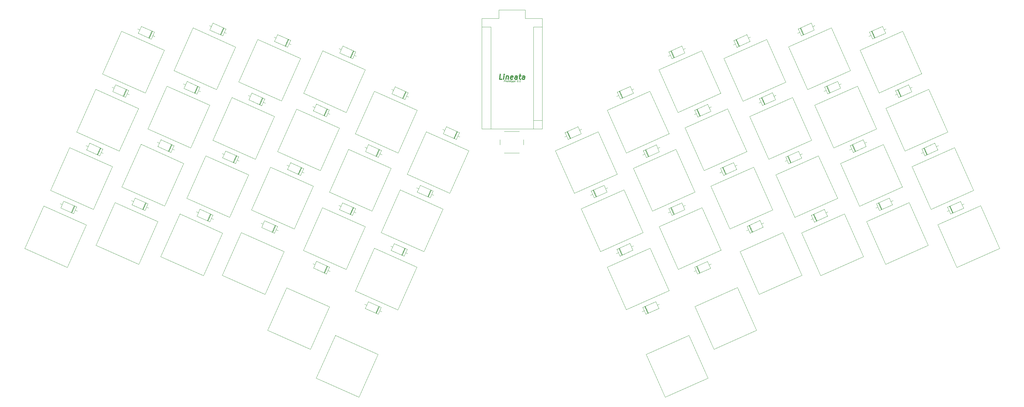
<source format=gto>
%TF.GenerationSoftware,KiCad,Pcbnew,6.0.4-1.fc35*%
%TF.CreationDate,2022-04-29T05:39:44+02:00*%
%TF.ProjectId,lineata,6c696e65-6174-4612-9e6b-696361645f70,0.1*%
%TF.SameCoordinates,Original*%
%TF.FileFunction,Legend,Top*%
%TF.FilePolarity,Positive*%
%FSLAX46Y46*%
G04 Gerber Fmt 4.6, Leading zero omitted, Abs format (unit mm)*
G04 Created by KiCad (PCBNEW 6.0.4-1.fc35) date 2022-04-29 05:39:44*
%MOMM*%
%LPD*%
G01*
G04 APERTURE LIST*
G04 Aperture macros list*
%AMHorizOval*
0 Thick line with rounded ends*
0 $1 width*
0 $2 $3 position (X,Y) of the first rounded end (center of the circle)*
0 $4 $5 position (X,Y) of the second rounded end (center of the circle)*
0 Add line between two ends*
20,1,$1,$2,$3,$4,$5,0*
0 Add two circle primitives to create the rounded ends*
1,1,$1,$2,$3*
1,1,$1,$4,$5*%
%AMRotRect*
0 Rectangle, with rotation*
0 The origin of the aperture is its center*
0 $1 length*
0 $2 width*
0 $3 Rotation angle, in degrees counterclockwise*
0 Add horizontal line*
21,1,$1,$2,0,0,$3*%
G04 Aperture macros list end*
%ADD10C,0.100000*%
%ADD11C,0.300000*%
%ADD12C,0.120000*%
%ADD13RotRect,1.600000X1.600000X156.000000*%
%ADD14HorizOval,1.600000X0.000000X0.000000X0.000000X0.000000X0*%
%ADD15RotRect,1.600000X1.600000X24.000000*%
%ADD16HorizOval,1.600000X0.000000X0.000000X0.000000X0.000000X0*%
%ADD17C,1.700000*%
%ADD18C,4.000000*%
%ADD19C,2.200000*%
%ADD20R,1.600000X1.600000*%
%ADD21O,1.600000X1.600000*%
%ADD22C,3.050000*%
%ADD23C,2.000000*%
G04 APERTURE END LIST*
D10*
X197600687Y-107731690D02*
X197663187Y-107231690D01*
X197853663Y-107231690D01*
X197898306Y-107255500D01*
X197919139Y-107279309D01*
X197936997Y-107326928D01*
X197928068Y-107398357D01*
X197898306Y-107445976D01*
X197871520Y-107469785D01*
X197820925Y-107493595D01*
X197630449Y-107493595D01*
X198100687Y-107731690D02*
X198142354Y-107398357D01*
X198130449Y-107493595D02*
X198160211Y-107445976D01*
X198186997Y-107422166D01*
X198237592Y-107398357D01*
X198285211Y-107398357D01*
X198481639Y-107731690D02*
X198436997Y-107707880D01*
X198416163Y-107684071D01*
X198398306Y-107636452D01*
X198416163Y-107493595D01*
X198445925Y-107445976D01*
X198472711Y-107422166D01*
X198523306Y-107398357D01*
X198594735Y-107398357D01*
X198639377Y-107422166D01*
X198660211Y-107445976D01*
X198678068Y-107493595D01*
X198660211Y-107636452D01*
X198630449Y-107684071D01*
X198603663Y-107707880D01*
X198553068Y-107731690D01*
X198481639Y-107731690D01*
X198832830Y-107398357D02*
X199023306Y-107398357D01*
X198925092Y-107231690D02*
X198871520Y-107660261D01*
X198889377Y-107707880D01*
X198934020Y-107731690D01*
X198981639Y-107731690D01*
X199219735Y-107731690D02*
X199175092Y-107707880D01*
X199154258Y-107684071D01*
X199136401Y-107636452D01*
X199154258Y-107493595D01*
X199184020Y-107445976D01*
X199210806Y-107422166D01*
X199261401Y-107398357D01*
X199332830Y-107398357D01*
X199377473Y-107422166D01*
X199398306Y-107445976D01*
X199416163Y-107493595D01*
X199398306Y-107636452D01*
X199368544Y-107684071D01*
X199341758Y-107707880D01*
X199291163Y-107731690D01*
X199219735Y-107731690D01*
X199570925Y-107398357D02*
X199761401Y-107398357D01*
X199663187Y-107231690D02*
X199609616Y-107660261D01*
X199627473Y-107707880D01*
X199672116Y-107731690D01*
X199719735Y-107731690D01*
X199880449Y-107398357D02*
X199957830Y-107731690D01*
X200118544Y-107398357D02*
X199957830Y-107731690D01*
X199895330Y-107850738D01*
X199868544Y-107874547D01*
X199817949Y-107898357D01*
X200309020Y-107398357D02*
X200246520Y-107898357D01*
X200306044Y-107422166D02*
X200356639Y-107398357D01*
X200451877Y-107398357D01*
X200496520Y-107422166D01*
X200517354Y-107445976D01*
X200535211Y-107493595D01*
X200517354Y-107636452D01*
X200487592Y-107684071D01*
X200460806Y-107707880D01*
X200410211Y-107731690D01*
X200314973Y-107731690D01*
X200270330Y-107707880D01*
X200913187Y-107707880D02*
X200862592Y-107731690D01*
X200767354Y-107731690D01*
X200722711Y-107707880D01*
X200704854Y-107660261D01*
X200728663Y-107469785D01*
X200758425Y-107422166D01*
X200809020Y-107398357D01*
X200904258Y-107398357D01*
X200948901Y-107422166D01*
X200966758Y-107469785D01*
X200960806Y-107517404D01*
X200716758Y-107565023D01*
X201686997Y-107231690D02*
X201734616Y-107231690D01*
X201779258Y-107255500D01*
X201800092Y-107279309D01*
X201817949Y-107326928D01*
X201829854Y-107422166D01*
X201814973Y-107541214D01*
X201779258Y-107636452D01*
X201749497Y-107684071D01*
X201722711Y-107707880D01*
X201672116Y-107731690D01*
X201624497Y-107731690D01*
X201579854Y-107707880D01*
X201559020Y-107684071D01*
X201541163Y-107636452D01*
X201529258Y-107541214D01*
X201544139Y-107422166D01*
X201579854Y-107326928D01*
X201609616Y-107279309D01*
X201636401Y-107255500D01*
X201686997Y-107231690D01*
X202011401Y-107684071D02*
X202032235Y-107707880D01*
X202005449Y-107731690D01*
X201984616Y-107707880D01*
X202011401Y-107684071D01*
X202005449Y-107731690D01*
X202505449Y-107731690D02*
X202219735Y-107731690D01*
X202362592Y-107731690D02*
X202425092Y-107231690D01*
X202368544Y-107303119D01*
X202314973Y-107350738D01*
X202264377Y-107374547D01*
D11*
X197009991Y-106977571D02*
X196295705Y-106977571D01*
X196483205Y-105477571D01*
X197509991Y-106977571D02*
X197634991Y-105977571D01*
X197697491Y-105477571D02*
X197617133Y-105549000D01*
X197679633Y-105620428D01*
X197759991Y-105549000D01*
X197697491Y-105477571D01*
X197679633Y-105620428D01*
X198349276Y-105977571D02*
X198224276Y-106977571D01*
X198331419Y-106120428D02*
X198411776Y-106049000D01*
X198563562Y-105977571D01*
X198777848Y-105977571D01*
X198911776Y-106049000D01*
X198965348Y-106191857D01*
X198867133Y-106977571D01*
X200161776Y-106906142D02*
X200009991Y-106977571D01*
X199724276Y-106977571D01*
X199590348Y-106906142D01*
X199536776Y-106763285D01*
X199608205Y-106191857D01*
X199697491Y-106049000D01*
X199849276Y-105977571D01*
X200134991Y-105977571D01*
X200268919Y-106049000D01*
X200322491Y-106191857D01*
X200304633Y-106334714D01*
X199572491Y-106477571D01*
X201509991Y-106977571D02*
X201608205Y-106191857D01*
X201554633Y-106049000D01*
X201420705Y-105977571D01*
X201134991Y-105977571D01*
X200983205Y-106049000D01*
X201518919Y-106906142D02*
X201367133Y-106977571D01*
X201009991Y-106977571D01*
X200876062Y-106906142D01*
X200822491Y-106763285D01*
X200840348Y-106620428D01*
X200929633Y-106477571D01*
X201081419Y-106406142D01*
X201438562Y-106406142D01*
X201590348Y-106334714D01*
X202134991Y-105977571D02*
X202706419Y-105977571D01*
X202411776Y-105477571D02*
X202251062Y-106763285D01*
X202304633Y-106906142D01*
X202438562Y-106977571D01*
X202581419Y-106977571D01*
X203724276Y-106977571D02*
X203822491Y-106191857D01*
X203768919Y-106049000D01*
X203634991Y-105977571D01*
X203349276Y-105977571D01*
X203197491Y-106049000D01*
X203733205Y-106906142D02*
X203581419Y-106977571D01*
X203224276Y-106977571D01*
X203090348Y-106906142D01*
X203036776Y-106763285D01*
X203054633Y-106620428D01*
X203143919Y-106477571D01*
X203295705Y-106406142D01*
X203652848Y-106406142D01*
X203804633Y-106334714D01*
D12*
%TO.C,D2*%
X81715720Y-108578881D02*
X80804630Y-110625223D01*
X84678063Y-112349786D02*
X85589153Y-110303444D01*
X84020310Y-112056936D02*
X84931400Y-110010594D01*
X85727413Y-111590994D02*
X85133608Y-111326615D01*
X84129936Y-112105744D02*
X85041026Y-110059402D01*
X80666371Y-109337673D02*
X81260175Y-109602052D01*
X83910685Y-112008127D02*
X84821775Y-109961785D01*
X85589153Y-110303444D02*
X81715720Y-108578881D01*
X80804630Y-110625223D02*
X84678063Y-112349786D01*
%TO.C,D3*%
X76382936Y-129568244D02*
X77294026Y-127521902D01*
X76273310Y-129519436D02*
X77184400Y-127473094D01*
X76931063Y-129812286D02*
X77842153Y-127765944D01*
X72919371Y-126800173D02*
X73513175Y-127064552D01*
X77980413Y-129053494D02*
X77386608Y-128789115D01*
X77842153Y-127765944D02*
X73968720Y-126041381D01*
X76163685Y-129470627D02*
X77074775Y-127424285D01*
X73968720Y-126041381D02*
X73057630Y-128087723D01*
X73057630Y-128087723D02*
X76931063Y-129812286D01*
%TO.C,D4*%
X70233413Y-146388994D02*
X69639608Y-146124615D01*
X65172371Y-144135673D02*
X65766175Y-144400052D01*
X70095153Y-145101444D02*
X66221720Y-143376881D01*
X68635936Y-146903744D02*
X69547026Y-144857402D01*
X68526310Y-146854936D02*
X69437400Y-144808594D01*
X69184063Y-147147786D02*
X70095153Y-145101444D01*
X68416685Y-146806127D02*
X69327775Y-144759785D01*
X66221720Y-143376881D02*
X65310630Y-145423223D01*
X65310630Y-145423223D02*
X69184063Y-147147786D01*
%TO.C,D5*%
X113697563Y-93934786D02*
X114608653Y-91888444D01*
X109685871Y-90922673D02*
X110279675Y-91187052D01*
X113039810Y-93641936D02*
X113950900Y-91595594D01*
X112930185Y-93593127D02*
X113841275Y-91546785D01*
X113149436Y-93690744D02*
X114060526Y-91644402D01*
X110735220Y-90163881D02*
X109824130Y-92210223D01*
X109824130Y-92210223D02*
X113697563Y-93934786D01*
X114608653Y-91888444D02*
X110735220Y-90163881D01*
X114746913Y-93175994D02*
X114153108Y-92911615D01*
%TO.C,D6*%
X105183185Y-111030227D02*
X106094275Y-108983885D01*
X101938871Y-108359773D02*
X102532675Y-108624152D01*
X106861653Y-109325544D02*
X102988220Y-107600981D01*
X102077130Y-109647323D02*
X105950563Y-111371886D01*
X105950563Y-111371886D02*
X106861653Y-109325544D01*
X106999913Y-110613094D02*
X106406108Y-110348715D01*
X105292810Y-111079036D02*
X106203900Y-109032694D01*
X102988220Y-107600981D02*
X102077130Y-109647323D01*
X105402436Y-111127844D02*
X106313526Y-109081502D01*
%TO.C,D7*%
X97410785Y-128454627D02*
X98321875Y-126408285D01*
X94166471Y-125784173D02*
X94760275Y-126048552D01*
X99089253Y-126749944D02*
X95215820Y-125025381D01*
X94304730Y-127071723D02*
X98178163Y-128796286D01*
X98178163Y-128796286D02*
X99089253Y-126749944D01*
X99227513Y-128037494D02*
X98633708Y-127773115D01*
X95215820Y-125025381D02*
X94304730Y-127071723D01*
X97630036Y-128552244D02*
X98541126Y-126505902D01*
X97520410Y-128503436D02*
X98431500Y-126457094D01*
%TO.C,D8*%
X86444871Y-143183173D02*
X87038675Y-143447552D01*
X89689185Y-145853627D02*
X90600275Y-143807285D01*
X91367653Y-144148944D02*
X87494220Y-142424381D01*
X89798810Y-145902436D02*
X90709900Y-143856094D01*
X87494220Y-142424381D02*
X86583130Y-144470723D01*
X86583130Y-144470723D02*
X90456563Y-146195286D01*
X89908436Y-145951244D02*
X90819526Y-143904902D01*
X90456563Y-146195286D02*
X91367653Y-144148944D01*
X91505913Y-145436494D02*
X90912108Y-145172115D01*
%TO.C,D9*%
X132343810Y-97070936D02*
X133254900Y-95024594D01*
X128989871Y-94351673D02*
X129583675Y-94616052D01*
X132234185Y-97022127D02*
X133145275Y-94975785D01*
X129128130Y-95639223D02*
X133001563Y-97363786D01*
X130039220Y-93592881D02*
X129128130Y-95639223D01*
X134050913Y-96604994D02*
X133457108Y-96340615D01*
X133912653Y-95317444D02*
X130039220Y-93592881D01*
X133001563Y-97363786D02*
X133912653Y-95317444D01*
X132453436Y-97119744D02*
X133364526Y-95073402D01*
%TO.C,D10*%
X126229153Y-112779944D02*
X122355720Y-111055381D01*
X126367413Y-114067494D02*
X125773608Y-113803115D01*
X121306371Y-111814173D02*
X121900175Y-112078552D01*
X124660310Y-114533436D02*
X125571400Y-112487094D01*
X124550685Y-114484627D02*
X125461775Y-112438285D01*
X124769936Y-114582244D02*
X125681026Y-112535902D01*
X125318063Y-114826286D02*
X126229153Y-112779944D01*
X121444630Y-113101723D02*
X125318063Y-114826286D01*
X122355720Y-111055381D02*
X121444630Y-113101723D01*
%TO.C,D12*%
X109275936Y-149316744D02*
X110187026Y-147270402D01*
X110873413Y-148801994D02*
X110279608Y-148537615D01*
X110735153Y-147514444D02*
X106861720Y-145789881D01*
X109166310Y-149267936D02*
X110077400Y-147221594D01*
X106861720Y-145789881D02*
X105950630Y-147836223D01*
X105812371Y-146548673D02*
X106406175Y-146813052D01*
X105950630Y-147836223D02*
X109824063Y-149560786D01*
X109824063Y-149560786D02*
X110735153Y-147514444D01*
X109056685Y-149219127D02*
X109967775Y-147172785D01*
%TO.C,D13*%
X153481913Y-100033994D02*
X152888108Y-99769615D01*
X153343653Y-98746444D02*
X149470220Y-97021881D01*
X151774810Y-100499936D02*
X152685900Y-98453594D01*
X148559130Y-99068223D02*
X152432563Y-100792786D01*
X149470220Y-97021881D02*
X148559130Y-99068223D01*
X151884436Y-100548744D02*
X152795526Y-98502402D01*
X148420871Y-97780673D02*
X149014675Y-98045052D01*
X151665185Y-100451127D02*
X152576275Y-98404785D01*
X152432563Y-100792786D02*
X153343653Y-98746444D01*
%TO.C,D14*%
X143791185Y-117786627D02*
X144702275Y-115740285D01*
X145469653Y-116081944D02*
X141596220Y-114357381D01*
X144558563Y-118128286D02*
X145469653Y-116081944D01*
X141596220Y-114357381D02*
X140685130Y-116403723D01*
X140685130Y-116403723D02*
X144558563Y-118128286D01*
X143900810Y-117835436D02*
X144811900Y-115789094D01*
X144010436Y-117884244D02*
X144921526Y-115837902D01*
X140546871Y-115116173D02*
X141140675Y-115380552D01*
X145607913Y-117369494D02*
X145014108Y-117105115D01*
%TO.C,D15*%
X136875063Y-135654286D02*
X137786153Y-133607944D01*
X136107685Y-135312627D02*
X137018775Y-133266285D01*
X137786153Y-133607944D02*
X133912720Y-131883381D01*
X136217310Y-135361436D02*
X137128400Y-133315094D01*
X133001630Y-133929723D02*
X136875063Y-135654286D01*
X133912720Y-131883381D02*
X133001630Y-133929723D01*
X136326936Y-135410244D02*
X137238026Y-133363902D01*
X137924413Y-134895494D02*
X137330608Y-134631115D01*
X132863371Y-132642173D02*
X133457175Y-132906552D01*
%TO.C,D16*%
X128470310Y-152696936D02*
X129381400Y-150650594D01*
X130039153Y-150943444D02*
X126165720Y-149218881D01*
X129128063Y-152989786D02*
X130039153Y-150943444D01*
X130177413Y-152230994D02*
X129583608Y-151966615D01*
X126165720Y-149218881D02*
X125254630Y-151265223D01*
X128360685Y-152648127D02*
X129271775Y-150601785D01*
X125254630Y-151265223D02*
X129128063Y-152989786D01*
X125116371Y-149977673D02*
X125710175Y-150242052D01*
X128579936Y-152745744D02*
X129491026Y-150699402D01*
%TO.C,D17*%
X164041871Y-109972673D02*
X164635675Y-110237052D01*
X165091220Y-109213881D02*
X164180130Y-111260223D01*
X168964653Y-110938444D02*
X165091220Y-109213881D01*
X167395810Y-112691936D02*
X168306900Y-110645594D01*
X169102913Y-112225994D02*
X168509108Y-111961615D01*
X167286185Y-112643127D02*
X168197275Y-110596785D01*
X164180130Y-111260223D02*
X168053563Y-112984786D01*
X167505436Y-112740744D02*
X168416526Y-110694402D01*
X168053563Y-112984786D02*
X168964653Y-110938444D01*
%TO.C,D18*%
X161027153Y-128210444D02*
X157153720Y-126485881D01*
X157153720Y-126485881D02*
X156242630Y-128532223D01*
X156242630Y-128532223D02*
X160116063Y-130256786D01*
X159567936Y-130012744D02*
X160479026Y-127966402D01*
X161165413Y-129497994D02*
X160571608Y-129233615D01*
X156104371Y-127244673D02*
X156698175Y-127509052D01*
X159348685Y-129915127D02*
X160259775Y-127868785D01*
X159458310Y-129963936D02*
X160369400Y-127917594D01*
X160116063Y-130256786D02*
X161027153Y-128210444D01*
%TO.C,D19*%
X153280153Y-145609444D02*
X149406720Y-143884881D01*
X148495630Y-145931223D02*
X152369063Y-147655786D01*
X151711310Y-147362936D02*
X152622400Y-145316594D01*
X152369063Y-147655786D02*
X153280153Y-145609444D01*
X151820936Y-147411744D02*
X152732026Y-145365402D01*
X149406720Y-143884881D02*
X148495630Y-145931223D01*
X153418413Y-146896994D02*
X152824608Y-146632615D01*
X148357371Y-144643673D02*
X148951175Y-144908052D01*
X151601685Y-147314127D02*
X152512775Y-145267785D01*
%TO.C,D20*%
X143964310Y-164825436D02*
X144875400Y-162779094D01*
X145533153Y-163071944D02*
X141659720Y-161347381D01*
X145671413Y-164359494D02*
X145077608Y-164095115D01*
X143854685Y-164776627D02*
X144765775Y-162730285D01*
X141659720Y-161347381D02*
X140748630Y-163393723D01*
X144622063Y-165118286D02*
X145533153Y-163071944D01*
X140610371Y-162106173D02*
X141204175Y-162370552D01*
X140748630Y-163393723D02*
X144622063Y-165118286D01*
X144073936Y-164874244D02*
X144985026Y-162827902D01*
%TO.C,D21*%
X179345371Y-121910673D02*
X179939175Y-122175052D01*
X182808936Y-124678744D02*
X183720026Y-122632402D01*
X184268153Y-122876444D02*
X180394720Y-121151881D01*
X182589685Y-124581127D02*
X183500775Y-122534785D01*
X179483630Y-123198223D02*
X183357063Y-124922786D01*
X182699310Y-124629936D02*
X183610400Y-122583594D01*
X184406413Y-124163994D02*
X183812608Y-123899615D01*
X180394720Y-121151881D02*
X179483630Y-123198223D01*
X183357063Y-124922786D02*
X184268153Y-122876444D01*
%TO.C,D22*%
X176457653Y-140338944D02*
X172584220Y-138614381D01*
X174888810Y-142092436D02*
X175799900Y-140046094D01*
X175546563Y-142385286D02*
X176457653Y-140338944D01*
X174779185Y-142043627D02*
X175690275Y-139997285D01*
X172584220Y-138614381D02*
X171673130Y-140660723D01*
X174998436Y-142141244D02*
X175909526Y-140094902D01*
X176595913Y-141626494D02*
X176002108Y-141362115D01*
X171673130Y-140660723D02*
X175546563Y-142385286D01*
X171534871Y-139373173D02*
X172128675Y-139637552D01*
%TO.C,D23*%
X167251436Y-159603744D02*
X168162526Y-157557402D01*
X163926130Y-158123223D02*
X167799563Y-159847786D01*
X167032185Y-159506127D02*
X167943275Y-157459785D01*
X167799563Y-159847786D02*
X168710653Y-157801444D01*
X168710653Y-157801444D02*
X164837220Y-156076881D01*
X168848913Y-159088994D02*
X168255108Y-158824615D01*
X164837220Y-156076881D02*
X163926130Y-158123223D01*
X163787871Y-156835673D02*
X164381675Y-157100052D01*
X167141810Y-159554936D02*
X168052900Y-157508594D01*
%TO.C,D24*%
X156040871Y-174171173D02*
X156634675Y-174435552D01*
X159504436Y-176939244D02*
X160415526Y-174892902D01*
X157090220Y-173412381D02*
X156179130Y-175458723D01*
X156179130Y-175458723D02*
X160052563Y-177183286D01*
X159394810Y-176890436D02*
X160305900Y-174844094D01*
X161101913Y-176424494D02*
X160508108Y-176160115D01*
X160963653Y-175136944D02*
X157090220Y-173412381D01*
X160052563Y-177183286D02*
X160963653Y-175136944D01*
X159285185Y-176841627D02*
X160196275Y-174795285D01*
%TO.C,D25*%
X216483100Y-122584440D02*
X217394190Y-124630782D01*
X215825347Y-122877290D02*
X216736437Y-124923632D01*
X220609870Y-123199069D02*
X219698780Y-121152727D01*
X216736437Y-124923632D02*
X220609870Y-123199069D01*
X219698780Y-121152727D02*
X215825347Y-122877290D01*
X215687087Y-124164840D02*
X216280892Y-123900461D01*
X220748129Y-121911519D02*
X220154325Y-122175898D01*
X216373474Y-122633248D02*
X217284564Y-124679590D01*
X216592725Y-122535631D02*
X217503815Y-124581973D01*
%TO.C,D26*%
X223434087Y-141626494D02*
X224027892Y-141362115D01*
X224120474Y-140094902D02*
X225031564Y-142141244D01*
X228356870Y-140660723D02*
X227445780Y-138614381D01*
X224483437Y-142385286D02*
X228356870Y-140660723D01*
X223572347Y-140338944D02*
X224483437Y-142385286D01*
X227445780Y-138614381D02*
X223572347Y-140338944D01*
X224230100Y-140046094D02*
X225141190Y-142092436D01*
X224339725Y-139997285D02*
X225250815Y-142043627D01*
X228495129Y-139373173D02*
X227901325Y-139637552D01*
%TO.C,D27*%
X236198629Y-156772173D02*
X235604825Y-157036552D01*
X231933600Y-157445094D02*
X232844690Y-159491436D01*
X232186937Y-159784286D02*
X236060370Y-158059723D01*
X231137587Y-159025494D02*
X231731392Y-158761115D01*
X231823974Y-157493902D02*
X232735064Y-159540244D01*
X236060370Y-158059723D02*
X235149280Y-156013381D01*
X231275847Y-157737944D02*
X232186937Y-159784286D01*
X235149280Y-156013381D02*
X231275847Y-157737944D01*
X232043225Y-157396285D02*
X232954315Y-159442627D01*
%TO.C,D28*%
X238864587Y-176424494D02*
X239458392Y-176160115D01*
X239913937Y-177183286D02*
X243787370Y-175458723D01*
X243787370Y-175458723D02*
X242876280Y-173412381D01*
X239550974Y-174892902D02*
X240462064Y-176939244D01*
X242876280Y-173412381D02*
X239002847Y-175136944D01*
X239770225Y-174795285D02*
X240681315Y-176841627D01*
X243925629Y-174171173D02*
X243331825Y-174435552D01*
X239660600Y-174844094D02*
X240571690Y-176890436D01*
X239002847Y-175136944D02*
X239913937Y-177183286D01*
%TO.C,D29*%
X232147225Y-110469785D02*
X233058315Y-112516127D01*
X231241587Y-112098994D02*
X231835392Y-111834615D01*
X235253280Y-109086881D02*
X231379847Y-110811444D01*
X236302629Y-109845673D02*
X235708825Y-110110052D01*
X231927974Y-110567402D02*
X232839064Y-112613744D01*
X232290937Y-112857786D02*
X236164370Y-111133223D01*
X232037600Y-110518594D02*
X232948690Y-112564936D01*
X231379847Y-110811444D02*
X232290937Y-112857786D01*
X236164370Y-111133223D02*
X235253280Y-109086881D01*
%TO.C,D30*%
X239149847Y-128293290D02*
X240060937Y-130339632D01*
X243023280Y-126568727D02*
X239149847Y-128293290D01*
X239697974Y-128049248D02*
X240609064Y-130095590D01*
X239011587Y-129580840D02*
X239605392Y-129316461D01*
X244072629Y-127327519D02*
X243478825Y-127591898D01*
X239917225Y-127951631D02*
X240828315Y-129997973D01*
X240060937Y-130339632D02*
X243934370Y-128615069D01*
X239807600Y-128000440D02*
X240718690Y-130046782D01*
X243934370Y-128615069D02*
X243023280Y-126568727D01*
%TO.C,D31*%
X247680937Y-147655786D02*
X251554370Y-145931223D01*
X247317974Y-145365402D02*
X248229064Y-147411744D01*
X251692629Y-144643673D02*
X251098825Y-144908052D01*
X246631587Y-146896994D02*
X247225392Y-146632615D01*
X250643280Y-143884881D02*
X246769847Y-145609444D01*
X247427600Y-145316594D02*
X248338690Y-147362936D01*
X251554370Y-145931223D02*
X250643280Y-143884881D01*
X247537225Y-145267785D02*
X248448315Y-147314127D01*
X246769847Y-145609444D02*
X247680937Y-147655786D01*
%TO.C,D32*%
X255220725Y-162793785D02*
X256131815Y-164840127D01*
X255111100Y-162842594D02*
X256022190Y-164888936D01*
X254453347Y-163135444D02*
X255364437Y-165181786D01*
X258326780Y-161410881D02*
X254453347Y-163135444D01*
X255001474Y-162891402D02*
X255912564Y-164937744D01*
X254315087Y-164422994D02*
X254908892Y-164158615D01*
X259376129Y-162169673D02*
X258782325Y-162434052D01*
X259237870Y-163457223D02*
X258326780Y-161410881D01*
X255364437Y-165181786D02*
X259237870Y-163457223D01*
%TO.C,D33*%
X250643280Y-97018727D02*
X246769847Y-98743290D01*
X247680937Y-100789632D02*
X251554370Y-99065069D01*
X247317974Y-98499248D02*
X248229064Y-100545590D01*
X246769847Y-98743290D02*
X247680937Y-100789632D01*
X247427600Y-98450440D02*
X248338690Y-100496782D01*
X251554370Y-99065069D02*
X250643280Y-97018727D01*
X247537225Y-98401631D02*
X248448315Y-100447973D01*
X251692629Y-97777519D02*
X251098825Y-98041898D01*
X246631587Y-100030840D02*
X247225392Y-99766461D01*
%TO.C,D34*%
X259301370Y-116515069D02*
X258390280Y-114468727D01*
X255174600Y-115900440D02*
X256085690Y-117946782D01*
X255284225Y-115851631D02*
X256195315Y-117897973D01*
X254378587Y-117480840D02*
X254972392Y-117216461D01*
X258390280Y-114468727D02*
X254516847Y-116193290D01*
X259439629Y-115227519D02*
X258845825Y-115491898D01*
X255064974Y-115949248D02*
X255976064Y-117995590D01*
X255427937Y-118239632D02*
X259301370Y-116515069D01*
X254516847Y-116193290D02*
X255427937Y-118239632D01*
%TO.C,D35*%
X266984870Y-133915069D02*
X266073780Y-131868727D01*
X262062087Y-134880840D02*
X262655892Y-134616461D01*
X262200347Y-133593290D02*
X263111437Y-135639632D01*
X262748474Y-133349248D02*
X263659564Y-135395590D01*
X262858100Y-133300440D02*
X263769190Y-135346782D01*
X262967725Y-133251631D02*
X263878815Y-135297973D01*
X263111437Y-135639632D02*
X266984870Y-133915069D01*
X266073780Y-131868727D02*
X262200347Y-133593290D01*
X267123129Y-132627519D02*
X266529325Y-132891898D01*
%TO.C,D36*%
X274003280Y-149155381D02*
X270129847Y-150879944D01*
X270677974Y-150635902D02*
X271589064Y-152682244D01*
X270787600Y-150587094D02*
X271698690Y-152633436D01*
X275052629Y-149914173D02*
X274458825Y-150178552D01*
X269991587Y-152167494D02*
X270585392Y-151903115D01*
X271040937Y-152926286D02*
X274914370Y-151201723D01*
X274914370Y-151201723D02*
X274003280Y-149155381D01*
X270897225Y-150538285D02*
X271808315Y-152584627D01*
X270129847Y-150879944D02*
X271040937Y-152926286D01*
%TO.C,D37*%
X266748974Y-95099248D02*
X267660064Y-97145590D01*
X266858600Y-95050440D02*
X267769690Y-97096782D01*
X270985370Y-95665069D02*
X270074280Y-93618727D01*
X271123629Y-94377519D02*
X270529825Y-94641898D01*
X267111937Y-97389632D02*
X270985370Y-95665069D01*
X270074280Y-93618727D02*
X266200847Y-95343290D01*
X266200847Y-95343290D02*
X267111937Y-97389632D01*
X266968225Y-95001631D02*
X267879315Y-97047973D01*
X266062587Y-96630840D02*
X266656392Y-96366461D01*
%TO.C,D38*%
X278605370Y-113038223D02*
X277694280Y-110991881D01*
X274731937Y-114762786D02*
X278605370Y-113038223D01*
X273820847Y-112716444D02*
X274731937Y-114762786D01*
X274478600Y-112423594D02*
X275389690Y-114469936D01*
X274588225Y-112374785D02*
X275499315Y-114421127D01*
X273682587Y-114003994D02*
X274276392Y-113739615D01*
X278743629Y-111750673D02*
X278149825Y-112015052D01*
X274368974Y-112472402D02*
X275280064Y-114518744D01*
X277694280Y-110991881D02*
X273820847Y-112716444D01*
%TO.C,D39*%
X286552629Y-129213173D02*
X285958825Y-129477552D01*
X285503280Y-128454381D02*
X281629847Y-130178944D01*
X281491587Y-131466494D02*
X282085392Y-131202115D01*
X282287600Y-129886094D02*
X283198690Y-131932436D01*
X282540937Y-132225286D02*
X286414370Y-130500723D01*
X286414370Y-130500723D02*
X285503280Y-128454381D01*
X281629847Y-130178944D02*
X282540937Y-132225286D01*
X282397225Y-129837285D02*
X283308315Y-131883627D01*
X282177974Y-129934902D02*
X283089064Y-131981244D01*
%TO.C,D40*%
X289314847Y-147577944D02*
X290225937Y-149624286D01*
X289972600Y-147285094D02*
X290883690Y-149331436D01*
X289176587Y-148865494D02*
X289770392Y-148601115D01*
X294099370Y-147899723D02*
X293188280Y-145853381D01*
X293188280Y-145853381D02*
X289314847Y-147577944D01*
X290082225Y-147236285D02*
X290993315Y-149282627D01*
X294237629Y-146612173D02*
X293643825Y-146876552D01*
X289862974Y-147333902D02*
X290774064Y-149380244D01*
X290225937Y-149624286D02*
X294099370Y-147899723D01*
%TO.C,D41*%
X289251280Y-90163881D02*
X285377847Y-91888444D01*
X285925974Y-91644402D02*
X286837064Y-93690744D01*
X285377847Y-91888444D02*
X286288937Y-93934786D01*
X290162370Y-92210223D02*
X289251280Y-90163881D01*
X286145225Y-91546785D02*
X287056315Y-93593127D01*
X290300629Y-90922673D02*
X289706825Y-91187052D01*
X286035600Y-91595594D02*
X286946690Y-93641936D01*
X285239587Y-93175994D02*
X285833392Y-92911615D01*
X286288937Y-93934786D02*
X290162370Y-92210223D01*
%TO.C,D42*%
X298174629Y-108321673D02*
X297580825Y-108586052D01*
X294019225Y-108945785D02*
X294930315Y-110992127D01*
X293909600Y-108994594D02*
X294820690Y-111040936D01*
X293799974Y-109043402D02*
X294711064Y-111089744D01*
X297125280Y-107562881D02*
X293251847Y-109287444D01*
X293113587Y-110574994D02*
X293707392Y-110310615D01*
X294162937Y-111333786D02*
X298036370Y-109609223D01*
X293251847Y-109287444D02*
X294162937Y-111333786D01*
X298036370Y-109609223D02*
X297125280Y-107562881D01*
%TO.C,D43*%
X300871847Y-126749944D02*
X301782937Y-128796286D01*
X301529600Y-126457094D02*
X302440690Y-128503436D01*
X304745280Y-125025381D02*
X300871847Y-126749944D01*
X301419974Y-126505902D02*
X302331064Y-128552244D01*
X301782937Y-128796286D02*
X305656370Y-127071723D01*
X300733587Y-128037494D02*
X301327392Y-127773115D01*
X305656370Y-127071723D02*
X304745280Y-125025381D01*
X305794629Y-125784173D02*
X305200825Y-126048552D01*
X301639225Y-126408285D02*
X302550315Y-128454627D01*
%TO.C,D44*%
X312603280Y-142424381D02*
X308729847Y-144148944D01*
X308729847Y-144148944D02*
X309640937Y-146195286D01*
X313652629Y-143183173D02*
X313058825Y-143447552D01*
X308591587Y-145436494D02*
X309185392Y-145172115D01*
X309640937Y-146195286D02*
X313514370Y-144470723D01*
X309277974Y-143904902D02*
X310189064Y-145951244D01*
X309497225Y-143807285D02*
X310408315Y-145853627D01*
X313514370Y-144470723D02*
X312603280Y-142424381D01*
X309387600Y-143856094D02*
X310298690Y-145902436D01*
%TO.C,D45*%
X307308100Y-92548094D02*
X308219190Y-94594436D01*
X307417725Y-92499285D02*
X308328815Y-94545627D01*
X306512087Y-94128494D02*
X307105892Y-93864115D01*
X306650347Y-92840944D02*
X307561437Y-94887286D01*
X307561437Y-94887286D02*
X311434870Y-93162723D01*
X311573129Y-91875173D02*
X310979325Y-92139552D01*
X307198474Y-92596902D02*
X308109564Y-94643244D01*
X310523780Y-91116381D02*
X306650347Y-92840944D01*
X311434870Y-93162723D02*
X310523780Y-91116381D01*
%TO.C,D46*%
X315371937Y-112389632D02*
X319245370Y-110665069D01*
X314322587Y-111630840D02*
X314916392Y-111366461D01*
X318334280Y-108618727D02*
X314460847Y-110343290D01*
X315118600Y-110050440D02*
X316029690Y-112096782D01*
X315008974Y-110099248D02*
X315920064Y-112145590D01*
X319245370Y-110665069D02*
X318334280Y-108618727D01*
X314460847Y-110343290D02*
X315371937Y-112389632D01*
X315228225Y-110001631D02*
X316139315Y-112047973D01*
X319383629Y-109377519D02*
X318789825Y-109641898D01*
%TO.C,D47*%
X323038725Y-127424285D02*
X323949815Y-129470627D01*
X322133087Y-129053494D02*
X322726892Y-128789115D01*
X323182437Y-129812286D02*
X327055870Y-128087723D01*
X322271347Y-127765944D02*
X323182437Y-129812286D01*
X322819474Y-127521902D02*
X323730564Y-129568244D01*
X322929100Y-127473094D02*
X323840190Y-129519436D01*
X327194129Y-126800173D02*
X326600325Y-127064552D01*
X327055870Y-128087723D02*
X326144780Y-126041381D01*
X326144780Y-126041381D02*
X322271347Y-127765944D01*
%TO.C,D48*%
X330612600Y-144872094D02*
X331523690Y-146918436D01*
X329816587Y-146452494D02*
X330410392Y-146188115D01*
X330502974Y-144920902D02*
X331414064Y-146967244D01*
X330722225Y-144823285D02*
X331633315Y-146869627D01*
X334877629Y-144199173D02*
X334283825Y-144463552D01*
X329954847Y-145164944D02*
X330865937Y-147211286D01*
X334739370Y-145486723D02*
X333828280Y-143440381D01*
X333828280Y-143440381D02*
X329954847Y-145164944D01*
X330865937Y-147211286D02*
X334739370Y-145486723D01*
%TO.C,SW2*%
X82826432Y-128425370D02*
X70064202Y-122743259D01*
X70064202Y-122743259D02*
X75746313Y-109981029D01*
X75746313Y-109981029D02*
X88508543Y-115663140D01*
X88508543Y-115663140D02*
X82826432Y-128425370D01*
%TO.C,SW3*%
X62314202Y-140143259D02*
X67996313Y-127381029D01*
X67996313Y-127381029D02*
X80758543Y-133063140D01*
X75076432Y-145825370D02*
X62314202Y-140143259D01*
X80758543Y-133063140D02*
X75076432Y-145825370D01*
%TO.C,SW4*%
X60246313Y-144781029D02*
X73008543Y-150463140D01*
X54564202Y-157543259D02*
X60246313Y-144781029D01*
X73008543Y-150463140D02*
X67326432Y-163225370D01*
X67326432Y-163225370D02*
X54564202Y-157543259D01*
%TO.C,SW5*%
X111851432Y-110050370D02*
X99089202Y-104368259D01*
X104771313Y-91606029D02*
X117533543Y-97288140D01*
X99089202Y-104368259D02*
X104771313Y-91606029D01*
X117533543Y-97288140D02*
X111851432Y-110050370D01*
%TO.C,SW6*%
X104101432Y-127450370D02*
X91339202Y-121768259D01*
X91339202Y-121768259D02*
X97021313Y-109006029D01*
X97021313Y-109006029D02*
X109783543Y-114688140D01*
X109783543Y-114688140D02*
X104101432Y-127450370D01*
%TO.C,SW7*%
X83589202Y-139168259D02*
X89271313Y-126406029D01*
X89271313Y-126406029D02*
X102033543Y-132088140D01*
X96351432Y-144850370D02*
X83589202Y-139168259D01*
X102033543Y-132088140D02*
X96351432Y-144850370D01*
%TO.C,SW8*%
X88601432Y-162275370D02*
X75839202Y-156593259D01*
X75839202Y-156593259D02*
X81521313Y-143831029D01*
X81521313Y-143831029D02*
X94283543Y-149513140D01*
X94283543Y-149513140D02*
X88601432Y-162275370D01*
%TO.C,SW9*%
X118439202Y-107768259D02*
X124121313Y-95006029D01*
X131201432Y-113450370D02*
X118439202Y-107768259D01*
X136883543Y-100688140D02*
X131201432Y-113450370D01*
X124121313Y-95006029D02*
X136883543Y-100688140D01*
%TO.C,SW10*%
X123451432Y-130850370D02*
X110689202Y-125168259D01*
X110689202Y-125168259D02*
X116371313Y-112406029D01*
X129133543Y-118088140D02*
X123451432Y-130850370D01*
X116371313Y-112406029D02*
X129133543Y-118088140D01*
%TO.C,SW11*%
X108621313Y-129806029D02*
X121383543Y-135488140D01*
X115701432Y-148250370D02*
X102939202Y-142568259D01*
X102939202Y-142568259D02*
X108621313Y-129806029D01*
X121383543Y-135488140D02*
X115701432Y-148250370D01*
%TO.C,SW12*%
X113633543Y-152913140D02*
X107951432Y-165675370D01*
X107951432Y-165675370D02*
X95189202Y-159993259D01*
X100871313Y-147231029D02*
X113633543Y-152913140D01*
X95189202Y-159993259D02*
X100871313Y-147231029D01*
%TO.C,SW13*%
X156233543Y-104088140D02*
X150551432Y-116850370D01*
X150551432Y-116850370D02*
X137789202Y-111168259D01*
X137789202Y-111168259D02*
X143471313Y-98406029D01*
X143471313Y-98406029D02*
X156233543Y-104088140D01*
%TO.C,SW14*%
X135696313Y-115831029D02*
X148458543Y-121513140D01*
X142776432Y-134275370D02*
X130014202Y-128593259D01*
X148458543Y-121513140D02*
X142776432Y-134275370D01*
X130014202Y-128593259D02*
X135696313Y-115831029D01*
%TO.C,SW15*%
X122264202Y-145985559D02*
X127946313Y-133223329D01*
X140708543Y-138905440D02*
X135026432Y-151667670D01*
X135026432Y-151667670D02*
X122264202Y-145985559D01*
X127946313Y-133223329D02*
X140708543Y-138905440D01*
%TO.C,SW17*%
X166001432Y-128950370D02*
X153239202Y-123268259D01*
X171683543Y-116188140D02*
X166001432Y-128950370D01*
X158921313Y-110506029D02*
X171683543Y-116188140D01*
X153239202Y-123268259D02*
X158921313Y-110506029D01*
%TO.C,SW18*%
X158251432Y-146350370D02*
X145489202Y-140668259D01*
X163933543Y-133588140D02*
X158251432Y-146350370D01*
X145489202Y-140668259D02*
X151171313Y-127906029D01*
X151171313Y-127906029D02*
X163933543Y-133588140D01*
%TO.C,SW19*%
X143421313Y-145331029D02*
X156183543Y-151013140D01*
X156183543Y-151013140D02*
X150501432Y-163775370D01*
X150501432Y-163775370D02*
X137739202Y-158093259D01*
X137739202Y-158093259D02*
X143421313Y-145331029D01*
%TO.C,U1*%
X196088000Y-86233000D02*
X196088000Y-88773000D01*
X193675000Y-91313000D02*
X191005000Y-91313000D01*
X191008000Y-121793000D02*
X206375000Y-121793000D01*
X206375000Y-119253000D02*
X209042000Y-119253000D01*
X206375000Y-119253000D02*
X206375000Y-91313000D01*
X209042000Y-121793000D02*
X209042000Y-88773000D01*
X193675000Y-121793000D02*
X191005000Y-121793000D01*
X191008000Y-88773000D02*
X191005000Y-121793000D01*
X206375000Y-121793000D02*
X209042000Y-121793000D01*
X203962000Y-86233000D02*
X203962000Y-88773000D01*
X196088000Y-88773000D02*
X191008000Y-88773000D01*
X206375000Y-91313000D02*
X209045000Y-91313000D01*
X203962000Y-86233000D02*
X196088000Y-86233000D01*
X206375000Y-119253000D02*
X206375000Y-121793000D01*
X193675000Y-121793000D02*
X193675000Y-91313000D01*
X209042000Y-88773000D02*
X203962000Y-88773000D01*
%TO.C,D1*%
X93385513Y-94153894D02*
X92791708Y-93889515D01*
X91788036Y-94668644D02*
X92699126Y-92622302D01*
X88462730Y-93188123D02*
X92336163Y-94912686D01*
X88324471Y-91900573D02*
X88918275Y-92164952D01*
X89373820Y-91141781D02*
X88462730Y-93188123D01*
X92336163Y-94912686D02*
X93247253Y-92866344D01*
X91568785Y-94571027D02*
X92479875Y-92524685D01*
X93247253Y-92866344D02*
X89373820Y-91141781D01*
X91678410Y-94619836D02*
X92589500Y-92573494D01*
%TO.C,SW1*%
X77814202Y-105343259D02*
X83496313Y-92581029D01*
X83496313Y-92581029D02*
X96258543Y-98263140D01*
X90576432Y-111025370D02*
X77814202Y-105343259D01*
X96258543Y-98263140D02*
X90576432Y-111025370D01*
%TO.C,SW20*%
X145527870Y-174942068D02*
X139845759Y-187704298D01*
X132765640Y-169259957D02*
X145527870Y-174942068D01*
X139845759Y-187704298D02*
X127083529Y-182022187D01*
X127083529Y-182022187D02*
X132765640Y-169259957D01*
%TO.C,SW21*%
X181451432Y-141050370D02*
X168689202Y-135368259D01*
X174371313Y-122606029D02*
X187133543Y-128288140D01*
X168689202Y-135368259D02*
X174371313Y-122606029D01*
X187133543Y-128288140D02*
X181451432Y-141050370D01*
%TO.C,SW22*%
X179383543Y-145713140D02*
X173701432Y-158475370D01*
X173701432Y-158475370D02*
X160939202Y-152793259D01*
X166621313Y-140031029D02*
X179383543Y-145713140D01*
X160939202Y-152793259D02*
X166621313Y-140031029D01*
%TO.C,SW23*%
X171633543Y-163105440D02*
X165951432Y-175867670D01*
X153189202Y-170185559D02*
X158871313Y-157423329D01*
X165951432Y-175867670D02*
X153189202Y-170185559D01*
X158871313Y-157423329D02*
X171633543Y-163105440D01*
%TO.C,SW24*%
X160027870Y-189217068D02*
X154345759Y-201979298D01*
X154345759Y-201979298D02*
X141583529Y-196297187D01*
X147265640Y-183534957D02*
X160027870Y-189217068D01*
X141583529Y-196297187D02*
X147265640Y-183534957D01*
%TO.C,SW25*%
X231359487Y-135367828D02*
X218597257Y-141049938D01*
X212915146Y-128287708D02*
X225677376Y-122605598D01*
X225677376Y-122605598D02*
X231359487Y-135367828D01*
X218597257Y-141049938D02*
X212915146Y-128287708D01*
%TO.C,SW26*%
X220665146Y-145687708D02*
X233427376Y-140005598D01*
X239109487Y-152767828D02*
X226347257Y-158449938D01*
X233427376Y-140005598D02*
X239109487Y-152767828D01*
X226347257Y-158449938D02*
X220665146Y-145687708D01*
%TO.C,SW27*%
X246859487Y-170167828D02*
X234097257Y-175849938D01*
X241177376Y-157405598D02*
X246859487Y-170167828D01*
X234097257Y-175849938D02*
X228415146Y-163087708D01*
X228415146Y-163087708D02*
X241177376Y-157405598D01*
%TO.C,SW28*%
X258489748Y-196264722D02*
X245727518Y-201946833D01*
X252807638Y-183502492D02*
X258489748Y-196264722D01*
X240045408Y-189184603D02*
X252807638Y-183502492D01*
X245727518Y-201946833D02*
X240045408Y-189184603D01*
%TO.C,SW29*%
X228390146Y-116187708D02*
X241152376Y-110505598D01*
X246834487Y-123267828D02*
X234072257Y-128949938D01*
X234072257Y-128949938D02*
X228390146Y-116187708D01*
X241152376Y-110505598D02*
X246834487Y-123267828D01*
%TO.C,SW30*%
X248927376Y-127905598D02*
X254609487Y-140667828D01*
X254609487Y-140667828D02*
X241847257Y-146349938D01*
X241847257Y-146349938D02*
X236165146Y-133587708D01*
X236165146Y-133587708D02*
X248927376Y-127905598D01*
%TO.C,SW31*%
X256652376Y-145305598D02*
X262334487Y-158067828D01*
X243890146Y-150987708D02*
X256652376Y-145305598D01*
X262334487Y-158067828D02*
X249572257Y-163749938D01*
X249572257Y-163749938D02*
X243890146Y-150987708D01*
%TO.C,SW32*%
X260227518Y-187671833D02*
X254545408Y-174909603D01*
X254545408Y-174909603D02*
X267307638Y-169227492D01*
X267307638Y-169227492D02*
X272989748Y-181989722D01*
X272989748Y-181989722D02*
X260227518Y-187671833D01*
%TO.C,SW33*%
X243840146Y-104087708D02*
X256602376Y-98405598D01*
X249522257Y-116849938D02*
X243840146Y-104087708D01*
X262284487Y-111167828D02*
X249522257Y-116849938D01*
X256602376Y-98405598D02*
X262284487Y-111167828D01*
%TO.C,SW34*%
X270034487Y-128567828D02*
X257272257Y-134249938D01*
X257272257Y-134249938D02*
X251590146Y-121487708D01*
X264352376Y-115805598D02*
X270034487Y-128567828D01*
X251590146Y-121487708D02*
X264352376Y-115805598D01*
%TO.C,SW35*%
X272102376Y-133205598D02*
X277784487Y-145967828D01*
X259340146Y-138887708D02*
X272102376Y-133205598D01*
X265022257Y-151649938D02*
X259340146Y-138887708D01*
X277784487Y-145967828D02*
X265022257Y-151649938D01*
%TO.C,SW37*%
X281649487Y-107787828D02*
X268887257Y-113469938D01*
X263205146Y-100707708D02*
X275967376Y-95025598D01*
X268887257Y-113469938D02*
X263205146Y-100707708D01*
X275967376Y-95025598D02*
X281649487Y-107787828D01*
%TO.C,SW38*%
X276612257Y-130844938D02*
X270930146Y-118082708D01*
X289374487Y-125162828D02*
X276612257Y-130844938D01*
X283692376Y-112400598D02*
X289374487Y-125162828D01*
X270930146Y-118082708D02*
X283692376Y-112400598D01*
%TO.C,SW39*%
X284362257Y-148244938D02*
X278680146Y-135482708D01*
X278680146Y-135482708D02*
X291442376Y-129800598D01*
X291442376Y-129800598D02*
X297124487Y-142562828D01*
X297124487Y-142562828D02*
X284362257Y-148244938D01*
%TO.C,SW40*%
X286430146Y-152882708D02*
X299192376Y-147200598D01*
X299192376Y-147200598D02*
X304874487Y-159962828D01*
X292112257Y-165644938D02*
X286430146Y-152882708D01*
X304874487Y-159962828D02*
X292112257Y-165644938D01*
%TO.C,SW41*%
X300974487Y-104362828D02*
X288212257Y-110044938D01*
X288212257Y-110044938D02*
X282530146Y-97282708D01*
X295292376Y-91600598D02*
X300974487Y-104362828D01*
X282530146Y-97282708D02*
X295292376Y-91600598D01*
%TO.C,SW42*%
X295972257Y-127449938D02*
X290290146Y-114687708D01*
X308734487Y-121767828D02*
X295972257Y-127449938D01*
X290290146Y-114687708D02*
X303052376Y-109005598D01*
X303052376Y-109005598D02*
X308734487Y-121767828D01*
%TO.C,SW43*%
X316459487Y-139192828D02*
X303697257Y-144874938D01*
X298015146Y-132112708D02*
X310777376Y-126430598D01*
X303697257Y-144874938D02*
X298015146Y-132112708D01*
X310777376Y-126430598D02*
X316459487Y-139192828D01*
%TO.C,SW44*%
X305765146Y-149487708D02*
X318527376Y-143805598D01*
X311447257Y-162249938D02*
X305765146Y-149487708D01*
X324209487Y-156567828D02*
X311447257Y-162249938D01*
X318527376Y-143805598D02*
X324209487Y-156567828D01*
%TO.C,SW45*%
X322259487Y-105317828D02*
X309497257Y-110999938D01*
X309497257Y-110999938D02*
X303815146Y-98237708D01*
X316577376Y-92555598D02*
X322259487Y-105317828D01*
X303815146Y-98237708D02*
X316577376Y-92555598D01*
%TO.C,SW46*%
X311565146Y-115637708D02*
X324327376Y-109955598D01*
X330009487Y-122717828D02*
X317247257Y-128399938D01*
X317247257Y-128399938D02*
X311565146Y-115637708D01*
X324327376Y-109955598D02*
X330009487Y-122717828D01*
%TO.C,SW47*%
X332077376Y-127380598D02*
X337759487Y-140142828D01*
X337759487Y-140142828D02*
X324997257Y-145824938D01*
X319315146Y-133062708D02*
X332077376Y-127380598D01*
X324997257Y-145824938D02*
X319315146Y-133062708D01*
%TO.C,SW48*%
X345484487Y-157517828D02*
X332722257Y-163199938D01*
X332722257Y-163199938D02*
X327040146Y-150437708D01*
X327040146Y-150437708D02*
X339802376Y-144755598D01*
X339802376Y-144755598D02*
X345484487Y-157517828D01*
%TO.C,SW16*%
X119215640Y-152784957D02*
X131977870Y-158467068D01*
X126295759Y-171229298D02*
X113533529Y-165547187D01*
X131977870Y-158467068D02*
X126295759Y-171229298D01*
X113533529Y-165547187D02*
X119215640Y-152784957D01*
%TO.C,SW36*%
X280807638Y-152777492D02*
X286489748Y-165539722D01*
X286489748Y-165539722D02*
X273727518Y-171221833D01*
X273727518Y-171221833D02*
X268045408Y-158459603D01*
X268045408Y-158459603D02*
X280807638Y-152777492D01*
%TO.C,D11*%
X116849810Y-131868936D02*
X117760900Y-129822594D01*
X117507563Y-132161786D02*
X118418653Y-130115444D01*
X118418653Y-130115444D02*
X114545220Y-128390881D01*
X118556913Y-131402994D02*
X117963108Y-131138615D01*
X116959436Y-131917744D02*
X117870526Y-129871402D01*
X114545220Y-128390881D02*
X113634130Y-130437223D01*
X116740185Y-131820127D02*
X117651275Y-129773785D01*
X113495871Y-129149673D02*
X114089675Y-129414052D01*
X113634130Y-130437223D02*
X117507563Y-132161786D01*
%TO.C,SW49*%
X203450000Y-126516000D02*
X203450000Y-125016000D01*
X197700000Y-129016000D02*
X202200000Y-129016000D01*
X196450000Y-125016000D02*
X196450000Y-126516000D01*
X202200000Y-122516000D02*
X197700000Y-122516000D01*
%TD*%
%LPC*%
D13*
%TO.C,D2*%
X86677500Y-112014000D03*
D14*
X79716284Y-108914667D03*
%TD*%
D13*
%TO.C,D3*%
X78930500Y-129476500D03*
D14*
X71969284Y-126377167D03*
%TD*%
D13*
%TO.C,D4*%
X71183500Y-146812000D03*
D14*
X64222284Y-143712667D03*
%TD*%
D13*
%TO.C,D5*%
X115697000Y-93599000D03*
D14*
X108735784Y-90499667D03*
%TD*%
D13*
%TO.C,D6*%
X107950000Y-111036100D03*
D14*
X100988784Y-107936767D03*
%TD*%
D13*
%TO.C,D7*%
X100177600Y-128460500D03*
D14*
X93216384Y-125361167D03*
%TD*%
D13*
%TO.C,D8*%
X92456000Y-145859500D03*
D14*
X85494784Y-142760167D03*
%TD*%
D13*
%TO.C,D9*%
X135001000Y-97028000D03*
D14*
X128039784Y-93928667D03*
%TD*%
D13*
%TO.C,D10*%
X127317500Y-114490500D03*
D14*
X120356284Y-111391167D03*
%TD*%
D13*
%TO.C,D12*%
X111823500Y-149225000D03*
D14*
X104862284Y-146125667D03*
%TD*%
D13*
%TO.C,D13*%
X154432000Y-100457000D03*
D14*
X147470784Y-97357667D03*
%TD*%
D13*
%TO.C,D14*%
X146558000Y-117792500D03*
D14*
X139596784Y-114693167D03*
%TD*%
D13*
%TO.C,D15*%
X138874500Y-135318500D03*
D14*
X131913284Y-132219167D03*
%TD*%
D13*
%TO.C,D16*%
X131127500Y-152654000D03*
D14*
X124166284Y-149554667D03*
%TD*%
D13*
%TO.C,D17*%
X170053000Y-112649000D03*
D14*
X163091784Y-109549667D03*
%TD*%
D13*
%TO.C,D18*%
X162115500Y-129921000D03*
D14*
X155154284Y-126821667D03*
%TD*%
D13*
%TO.C,D19*%
X154368500Y-147320000D03*
D14*
X147407284Y-144220667D03*
%TD*%
D13*
%TO.C,D20*%
X146621500Y-164782500D03*
D14*
X139660284Y-161683167D03*
%TD*%
D13*
%TO.C,D21*%
X185356500Y-124587000D03*
D14*
X178395284Y-121487667D03*
%TD*%
D13*
%TO.C,D22*%
X177546000Y-142049500D03*
D14*
X170584784Y-138950167D03*
%TD*%
D13*
%TO.C,D23*%
X169799000Y-159512000D03*
D14*
X162837784Y-156412667D03*
%TD*%
D13*
%TO.C,D24*%
X162052000Y-176847500D03*
D14*
X155090784Y-173748167D03*
%TD*%
D15*
%TO.C,D25*%
X214737000Y-124587846D03*
D16*
X221698216Y-121488513D03*
%TD*%
D15*
%TO.C,D26*%
X222484000Y-142049500D03*
D16*
X229445216Y-138950167D03*
%TD*%
D15*
%TO.C,D27*%
X230187500Y-159448500D03*
D16*
X237148716Y-156349167D03*
%TD*%
D15*
%TO.C,D28*%
X237914500Y-176847500D03*
D16*
X244875716Y-173748167D03*
%TD*%
D15*
%TO.C,D29*%
X230291500Y-112522000D03*
D16*
X237252716Y-109422667D03*
%TD*%
D15*
%TO.C,D30*%
X238061500Y-130003846D03*
D16*
X245022716Y-126904513D03*
%TD*%
D15*
%TO.C,D31*%
X245681500Y-147320000D03*
D16*
X252642716Y-144220667D03*
%TD*%
D15*
%TO.C,D32*%
X253365000Y-164846000D03*
D16*
X260326216Y-161746667D03*
%TD*%
D15*
%TO.C,D33*%
X245681500Y-100453846D03*
D16*
X252642716Y-97354513D03*
%TD*%
D15*
%TO.C,D34*%
X253428500Y-117903846D03*
D16*
X260389716Y-114804513D03*
%TD*%
D15*
%TO.C,D35*%
X261112000Y-135303846D03*
D16*
X268073216Y-132204513D03*
%TD*%
D15*
%TO.C,D36*%
X269041500Y-152590500D03*
D16*
X276002716Y-149491167D03*
%TD*%
D15*
%TO.C,D37*%
X265112500Y-97053846D03*
D16*
X272073716Y-93954513D03*
%TD*%
D15*
%TO.C,D38*%
X272732500Y-114427000D03*
D16*
X279693716Y-111327667D03*
%TD*%
D15*
%TO.C,D39*%
X280541500Y-131889500D03*
D16*
X287502716Y-128790167D03*
%TD*%
D15*
%TO.C,D40*%
X288226500Y-149288500D03*
D16*
X295187716Y-146189167D03*
%TD*%
D15*
%TO.C,D41*%
X284289500Y-93599000D03*
D16*
X291250716Y-90499667D03*
%TD*%
D15*
%TO.C,D42*%
X292163500Y-110998000D03*
D16*
X299124716Y-107898667D03*
%TD*%
D15*
%TO.C,D43*%
X299783500Y-128460500D03*
D16*
X306744716Y-125361167D03*
%TD*%
D15*
%TO.C,D44*%
X307641500Y-145859500D03*
D16*
X314602716Y-142760167D03*
%TD*%
D15*
%TO.C,D45*%
X305562000Y-94551500D03*
D16*
X312523216Y-91452167D03*
%TD*%
D15*
%TO.C,D46*%
X313372500Y-112053846D03*
D16*
X320333716Y-108954513D03*
%TD*%
D15*
%TO.C,D47*%
X321183000Y-129476500D03*
D16*
X328144216Y-126377167D03*
%TD*%
D15*
%TO.C,D48*%
X328866500Y-146875500D03*
D16*
X335827716Y-143776167D03*
%TD*%
D17*
%TO.C,SW2*%
X74645561Y-117136978D03*
D18*
X79286372Y-119203200D03*
D17*
X83927183Y-121269422D03*
D19*
X83673000Y-115595500D03*
X76838875Y-115333128D03*
%TD*%
D17*
%TO.C,SW3*%
X76177183Y-138669422D03*
D18*
X71536372Y-136603200D03*
D17*
X66895561Y-134536978D03*
D19*
X75923000Y-132995500D03*
X69088875Y-132733128D03*
%TD*%
D17*
%TO.C,SW4*%
X68427183Y-156069422D03*
X59145561Y-151936978D03*
D18*
X63786372Y-154003200D03*
D19*
X68173000Y-150395500D03*
X61338875Y-150133128D03*
%TD*%
D17*
%TO.C,SW5*%
X112952183Y-102894422D03*
D18*
X108311372Y-100828200D03*
D17*
X103670561Y-98761978D03*
D19*
X112698000Y-97220500D03*
X105863875Y-96958128D03*
%TD*%
D18*
%TO.C,SW6*%
X100561372Y-118228200D03*
D17*
X95920561Y-116161978D03*
X105202183Y-120294422D03*
D19*
X104948000Y-114620500D03*
X98113875Y-114358128D03*
%TD*%
D17*
%TO.C,SW7*%
X97452183Y-137694422D03*
X88170561Y-133561978D03*
D18*
X92811372Y-135628200D03*
D19*
X97198000Y-132020500D03*
X90363875Y-131758128D03*
%TD*%
D17*
%TO.C,SW8*%
X89702183Y-155119422D03*
D18*
X85061372Y-153053200D03*
D17*
X80420561Y-150986978D03*
D19*
X89448000Y-149445500D03*
X82613875Y-149183128D03*
%TD*%
D17*
%TO.C,SW9*%
X123020561Y-102161978D03*
D18*
X127661372Y-104228200D03*
D17*
X132302183Y-106294422D03*
D19*
X132048000Y-100620500D03*
X125213875Y-100358128D03*
%TD*%
D18*
%TO.C,SW10*%
X119911372Y-121628200D03*
D17*
X124552183Y-123694422D03*
X115270561Y-119561978D03*
D19*
X124298000Y-118020500D03*
X117463875Y-117758128D03*
%TD*%
D18*
%TO.C,SW11*%
X112161372Y-139028200D03*
D17*
X116802183Y-141094422D03*
X107520561Y-136961978D03*
D19*
X116548000Y-135420500D03*
X109713875Y-135158128D03*
%TD*%
D18*
%TO.C,SW12*%
X104411372Y-156453200D03*
D17*
X99770561Y-154386978D03*
X109052183Y-158519422D03*
D19*
X108798000Y-152845500D03*
X101963875Y-152583128D03*
%TD*%
D18*
%TO.C,SW13*%
X147011372Y-107628200D03*
D17*
X142370561Y-105561978D03*
X151652183Y-109694422D03*
D19*
X151398000Y-104020500D03*
X144563875Y-103758128D03*
%TD*%
D18*
%TO.C,SW14*%
X139236372Y-125053200D03*
D17*
X143877183Y-127119422D03*
X134595561Y-122986978D03*
D19*
X143623000Y-121445500D03*
X136788875Y-121183128D03*
%TD*%
D18*
%TO.C,SW15*%
X131486372Y-142445500D03*
D17*
X136127183Y-144511722D03*
X126845561Y-140379278D03*
D19*
X135873000Y-138837800D03*
X129038875Y-138575428D03*
%TD*%
D18*
%TO.C,SW17*%
X162461372Y-119728200D03*
D17*
X167102183Y-121794422D03*
X157820561Y-117661978D03*
D19*
X166848000Y-116120500D03*
X160013875Y-115858128D03*
%TD*%
D17*
%TO.C,SW18*%
X159352183Y-139194422D03*
X150070561Y-135061978D03*
D18*
X154711372Y-137128200D03*
D19*
X159098000Y-133520500D03*
X152263875Y-133258128D03*
%TD*%
D17*
%TO.C,SW19*%
X142320561Y-152486978D03*
D18*
X146961372Y-154553200D03*
D17*
X151602183Y-156619422D03*
D19*
X151348000Y-150945500D03*
X144513875Y-150683128D03*
%TD*%
D20*
%TO.C,U1*%
X207645000Y-120523000D03*
D21*
X207645000Y-117983000D03*
X207645000Y-115443000D03*
X207645000Y-112903000D03*
X207645000Y-110363000D03*
X207645000Y-107823000D03*
X207645000Y-105283000D03*
X207645000Y-102743000D03*
X207645000Y-100203000D03*
X207645000Y-97663000D03*
X207645000Y-95123000D03*
X207645000Y-92583000D03*
X192405000Y-92583000D03*
X192405000Y-95123000D03*
X192405000Y-97663000D03*
X192405000Y-100203000D03*
X192405000Y-102743000D03*
X192405000Y-105283000D03*
X192405000Y-107823000D03*
X192405000Y-110363000D03*
X192405000Y-112903000D03*
X192405000Y-115443000D03*
X192405000Y-117983000D03*
X192405000Y-120523000D03*
%TD*%
D13*
%TO.C,D1*%
X94335600Y-94576900D03*
D14*
X87374384Y-91477567D03*
%TD*%
D17*
%TO.C,SW1*%
X91677183Y-103869422D03*
D18*
X87036372Y-101803200D03*
D17*
X82395561Y-99736978D03*
D19*
X91423000Y-98195500D03*
X84588875Y-97933128D03*
%TD*%
D18*
%TO.C,SW20*%
X136305700Y-178482128D03*
D17*
X134239478Y-183122939D03*
X138371922Y-173841317D03*
D19*
X132698000Y-174095500D03*
X132435628Y-180929625D03*
%TD*%
D17*
%TO.C,SW21*%
X173270561Y-129761978D03*
D18*
X177911372Y-131828200D03*
D17*
X182552183Y-133894422D03*
D19*
X182298000Y-128220500D03*
X175463875Y-127958128D03*
%TD*%
D18*
%TO.C,SW22*%
X170161372Y-149253200D03*
D17*
X165520561Y-147186978D03*
X174802183Y-151319422D03*
D19*
X174548000Y-145645500D03*
X167713875Y-145383128D03*
%TD*%
D17*
%TO.C,SW23*%
X167052183Y-168711722D03*
X157770561Y-164579278D03*
D18*
X162411372Y-166645500D03*
D19*
X166798000Y-163037800D03*
X159963875Y-162775428D03*
%TD*%
D22*
%TO.C,SW24*%
X149251048Y-179038780D03*
D17*
X152871922Y-188116317D03*
D18*
X150805700Y-192757128D03*
X163173480Y-185237447D03*
D17*
X148739478Y-197397939D03*
D18*
X153493148Y-206979828D03*
D22*
X139570716Y-200781162D03*
D19*
X147198000Y-188370500D03*
X146935628Y-195204625D03*
%TD*%
D17*
%TO.C,SW25*%
X226778128Y-129761546D03*
D18*
X222137317Y-131827768D03*
D17*
X217496506Y-133893990D03*
D19*
X222391500Y-126153846D03*
X217623597Y-131057029D03*
%TD*%
D17*
%TO.C,SW26*%
X234528128Y-147161546D03*
D18*
X229887317Y-149227768D03*
D17*
X225246506Y-151293990D03*
D19*
X230141500Y-143553846D03*
X225373597Y-148457029D03*
%TD*%
D18*
%TO.C,SW27*%
X237637317Y-166627768D03*
D17*
X242278128Y-164561546D03*
X232996506Y-168693990D03*
D19*
X237891500Y-160953846D03*
X233123597Y-165857029D03*
%TD*%
D17*
%TO.C,SW28*%
X251333800Y-197365474D03*
X247201356Y-188083852D03*
D22*
X250822230Y-179006315D03*
D18*
X246580129Y-206947364D03*
X236899797Y-185204982D03*
X249267578Y-192724663D03*
D22*
X260502562Y-200748697D03*
D19*
X254941500Y-192978846D03*
X250038317Y-188210943D03*
%TD*%
D17*
%TO.C,SW29*%
X232971506Y-121793990D03*
D18*
X237612317Y-119727768D03*
D17*
X242253128Y-117661546D03*
D19*
X237866500Y-114053846D03*
X233098597Y-118957029D03*
%TD*%
D17*
%TO.C,SW30*%
X250028128Y-135061546D03*
X240746506Y-139193990D03*
D18*
X245387317Y-137127768D03*
D19*
X245641500Y-131453846D03*
X240873597Y-136357029D03*
%TD*%
D18*
%TO.C,SW31*%
X253112317Y-154527768D03*
D17*
X248471506Y-156593990D03*
X257753128Y-152461546D03*
D19*
X253366500Y-148853846D03*
X248598597Y-153757029D03*
%TD*%
D17*
%TO.C,SW32*%
X265833800Y-183090474D03*
D18*
X263767578Y-178449663D03*
D17*
X261701356Y-173808852D03*
D19*
X269441500Y-178703846D03*
X264538317Y-173935943D03*
%TD*%
D17*
%TO.C,SW33*%
X257703128Y-105561546D03*
X248421506Y-109693990D03*
D18*
X253062317Y-107627768D03*
D19*
X253316500Y-101953846D03*
X248548597Y-106857029D03*
%TD*%
D17*
%TO.C,SW34*%
X256171506Y-127093990D03*
D18*
X260812317Y-125027768D03*
D17*
X265453128Y-122961546D03*
D19*
X261066500Y-119353846D03*
X256298597Y-124257029D03*
%TD*%
D17*
%TO.C,SW35*%
X263921506Y-144493990D03*
D18*
X268562317Y-142427768D03*
D17*
X273203128Y-140361546D03*
D19*
X268816500Y-136753846D03*
X264048597Y-141657029D03*
%TD*%
D18*
%TO.C,SW37*%
X272427317Y-104247768D03*
D17*
X277068128Y-102181546D03*
X267786506Y-106313990D03*
D19*
X272681500Y-98573846D03*
X267913597Y-103477029D03*
%TD*%
D17*
%TO.C,SW38*%
X284793128Y-119556546D03*
D18*
X280152317Y-121622768D03*
D17*
X275511506Y-123688990D03*
D19*
X280406500Y-115948846D03*
X275638597Y-120852029D03*
%TD*%
D17*
%TO.C,SW39*%
X283261506Y-141088990D03*
X292543128Y-136956546D03*
D18*
X287902317Y-139022768D03*
D19*
X288156500Y-133348846D03*
X283388597Y-138252029D03*
%TD*%
D17*
%TO.C,SW40*%
X291011506Y-158488990D03*
X300293128Y-154356546D03*
D18*
X295652317Y-156422768D03*
D19*
X295906500Y-150748846D03*
X291138597Y-155652029D03*
%TD*%
D17*
%TO.C,SW41*%
X287111506Y-102888990D03*
X296393128Y-98756546D03*
D18*
X291752317Y-100822768D03*
D19*
X292006500Y-95148846D03*
X287238597Y-100052029D03*
%TD*%
D17*
%TO.C,SW42*%
X294871506Y-120293990D03*
X304153128Y-116161546D03*
D18*
X299512317Y-118227768D03*
D19*
X299766500Y-112553846D03*
X294998597Y-117457029D03*
%TD*%
D18*
%TO.C,SW43*%
X307237317Y-135652768D03*
D17*
X302596506Y-137718990D03*
X311878128Y-133586546D03*
D19*
X307491500Y-129978846D03*
X302723597Y-134882029D03*
%TD*%
D18*
%TO.C,SW44*%
X314987317Y-153027768D03*
D17*
X319628128Y-150961546D03*
X310346506Y-155093990D03*
D19*
X315241500Y-147353846D03*
X310473597Y-152257029D03*
%TD*%
D17*
%TO.C,SW45*%
X317678128Y-99711546D03*
D18*
X313037317Y-101777768D03*
D17*
X308396506Y-103843990D03*
D19*
X313291500Y-96103846D03*
X308523597Y-101007029D03*
%TD*%
D17*
%TO.C,SW46*%
X325428128Y-117111546D03*
X316146506Y-121243990D03*
D18*
X320787317Y-119177768D03*
D19*
X321041500Y-113503846D03*
X316273597Y-118407029D03*
%TD*%
D17*
%TO.C,SW47*%
X323896506Y-138668990D03*
X333178128Y-134536546D03*
D18*
X328537317Y-136602768D03*
D19*
X328791500Y-130928846D03*
X324023597Y-135832029D03*
%TD*%
D17*
%TO.C,SW48*%
X331621506Y-156043990D03*
D18*
X336262317Y-153977768D03*
D17*
X340903128Y-151911546D03*
D19*
X336516500Y-148303846D03*
X331748597Y-153207029D03*
%TD*%
D17*
%TO.C,SW16*%
X124821922Y-157366317D03*
X120689478Y-166647939D03*
D18*
X122755700Y-162007128D03*
D19*
X119148000Y-157620500D03*
X118885628Y-164454625D03*
%TD*%
D17*
%TO.C,SW36*%
X279333800Y-166640474D03*
D18*
X277267578Y-161999663D03*
D17*
X275201356Y-157358852D03*
D19*
X282941500Y-162253846D03*
X278038317Y-157485943D03*
%TD*%
D13*
%TO.C,D11*%
X119507000Y-131826000D03*
D14*
X112545784Y-128726667D03*
%TD*%
D23*
%TO.C,SW49*%
X196700000Y-128016000D03*
X203200000Y-128016000D03*
X203200000Y-123516000D03*
X196700000Y-123516000D03*
%TD*%
M02*

</source>
